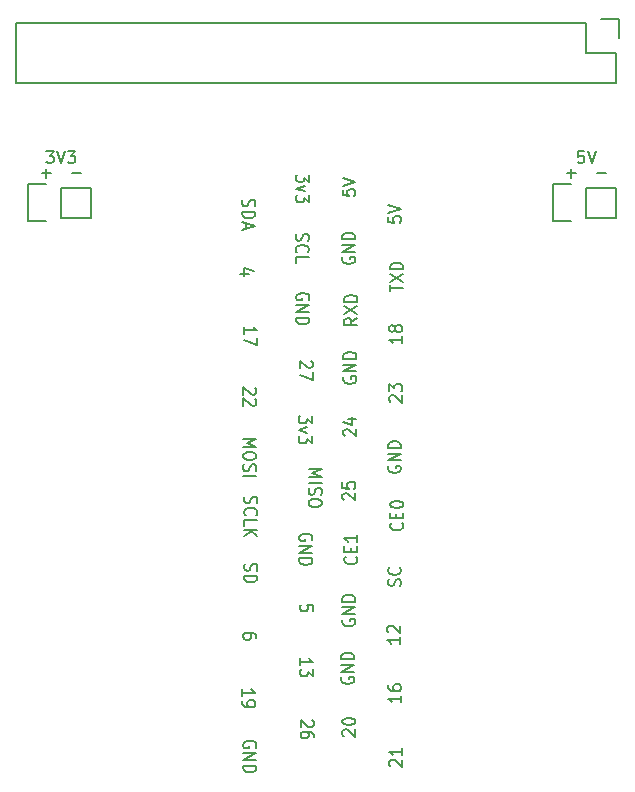
<source format=gbr>
G04 #@! TF.FileFunction,Legend,Top*
%FSLAX46Y46*%
G04 Gerber Fmt 4.6, Leading zero omitted, Abs format (unit mm)*
G04 Created by KiCad (PCBNEW (2015-07-30 BZR 6023, Git cb629e0)-product) date 9/8/2015 5:12:29 PM*
%MOMM*%
G01*
G04 APERTURE LIST*
%ADD10C,0.100000*%
%ADD11C,0.127000*%
%ADD12C,0.150000*%
G04 APERTURE END LIST*
D10*
D11*
X149602100Y-77025404D02*
X149549719Y-77120642D01*
X149549719Y-77263499D01*
X149602100Y-77406357D01*
X149706862Y-77501595D01*
X149811624Y-77549214D01*
X150021148Y-77596833D01*
X150178290Y-77596833D01*
X150387814Y-77549214D01*
X150492576Y-77501595D01*
X150597338Y-77406357D01*
X150649719Y-77263499D01*
X150649719Y-77168261D01*
X150597338Y-77025404D01*
X150544957Y-76977785D01*
X150178290Y-76977785D01*
X150178290Y-77168261D01*
X150649719Y-76549214D02*
X149549719Y-76549214D01*
X150649719Y-75977785D01*
X149549719Y-75977785D01*
X150649719Y-75501595D02*
X149549719Y-75501595D01*
X149549719Y-75263500D01*
X149602100Y-75120642D01*
X149706862Y-75025404D01*
X149811624Y-74977785D01*
X150021148Y-74930166D01*
X150178290Y-74930166D01*
X150387814Y-74977785D01*
X150492576Y-75025404D01*
X150597338Y-75120642D01*
X150649719Y-75263500D01*
X150649719Y-75501595D01*
X150827519Y-82175266D02*
X150303710Y-82508600D01*
X150827519Y-82746695D02*
X149727519Y-82746695D01*
X149727519Y-82365742D01*
X149779900Y-82270504D01*
X149832281Y-82222885D01*
X149937043Y-82175266D01*
X150094186Y-82175266D01*
X150198948Y-82222885D01*
X150251329Y-82270504D01*
X150303710Y-82365742D01*
X150303710Y-82746695D01*
X149727519Y-81841933D02*
X150827519Y-81175266D01*
X149727519Y-81175266D02*
X150827519Y-81841933D01*
X150827519Y-80794314D02*
X149727519Y-80794314D01*
X149727519Y-80556219D01*
X149779900Y-80413361D01*
X149884662Y-80318123D01*
X149989424Y-80270504D01*
X150198948Y-80222885D01*
X150356090Y-80222885D01*
X150565614Y-80270504D01*
X150670376Y-80318123D01*
X150775138Y-80413361D01*
X150827519Y-80556219D01*
X150827519Y-80794314D01*
X149691000Y-87160004D02*
X149638619Y-87255242D01*
X149638619Y-87398099D01*
X149691000Y-87540957D01*
X149795762Y-87636195D01*
X149900524Y-87683814D01*
X150110048Y-87731433D01*
X150267190Y-87731433D01*
X150476714Y-87683814D01*
X150581476Y-87636195D01*
X150686238Y-87540957D01*
X150738619Y-87398099D01*
X150738619Y-87302861D01*
X150686238Y-87160004D01*
X150633857Y-87112385D01*
X150267190Y-87112385D01*
X150267190Y-87302861D01*
X150738619Y-86683814D02*
X149638619Y-86683814D01*
X150738619Y-86112385D01*
X149638619Y-86112385D01*
X150738619Y-85636195D02*
X149638619Y-85636195D01*
X149638619Y-85398100D01*
X149691000Y-85255242D01*
X149795762Y-85160004D01*
X149900524Y-85112385D01*
X150110048Y-85064766D01*
X150267190Y-85064766D01*
X150476714Y-85112385D01*
X150581476Y-85160004D01*
X150686238Y-85255242D01*
X150738619Y-85398100D01*
X150738619Y-85636195D01*
X149743381Y-92138405D02*
X149691000Y-92090786D01*
X149638619Y-91995548D01*
X149638619Y-91757452D01*
X149691000Y-91662214D01*
X149743381Y-91614595D01*
X149848143Y-91566976D01*
X149952905Y-91566976D01*
X150110048Y-91614595D01*
X150738619Y-92186024D01*
X150738619Y-91566976D01*
X150005286Y-90709833D02*
X150738619Y-90709833D01*
X149586238Y-90947929D02*
X150371952Y-91186024D01*
X150371952Y-90566976D01*
X149654481Y-97561305D02*
X149602100Y-97513686D01*
X149549719Y-97418448D01*
X149549719Y-97180352D01*
X149602100Y-97085114D01*
X149654481Y-97037495D01*
X149759243Y-96989876D01*
X149864005Y-96989876D01*
X150021148Y-97037495D01*
X150649719Y-97608924D01*
X150649719Y-96989876D01*
X149549719Y-96085114D02*
X149549719Y-96561305D01*
X150073529Y-96608924D01*
X150021148Y-96561305D01*
X149968767Y-96466067D01*
X149968767Y-96227971D01*
X150021148Y-96132733D01*
X150073529Y-96085114D01*
X150178290Y-96037495D01*
X150440195Y-96037495D01*
X150544957Y-96085114D01*
X150597338Y-96132733D01*
X150649719Y-96227971D01*
X150649719Y-96466067D01*
X150597338Y-96561305D01*
X150544957Y-96608924D01*
X150722757Y-102396847D02*
X150775138Y-102444466D01*
X150827519Y-102587323D01*
X150827519Y-102682561D01*
X150775138Y-102825419D01*
X150670376Y-102920657D01*
X150565614Y-102968276D01*
X150356090Y-103015895D01*
X150198948Y-103015895D01*
X149989424Y-102968276D01*
X149884662Y-102920657D01*
X149779900Y-102825419D01*
X149727519Y-102682561D01*
X149727519Y-102587323D01*
X149779900Y-102444466D01*
X149832281Y-102396847D01*
X150251329Y-101968276D02*
X150251329Y-101634942D01*
X150827519Y-101492085D02*
X150827519Y-101968276D01*
X149727519Y-101968276D01*
X149727519Y-101492085D01*
X150827519Y-100539704D02*
X150827519Y-101111133D01*
X150827519Y-100825419D02*
X149727519Y-100825419D01*
X149884662Y-100920657D01*
X149989424Y-101015895D01*
X150041805Y-101111133D01*
X149602100Y-107695904D02*
X149549719Y-107791142D01*
X149549719Y-107933999D01*
X149602100Y-108076857D01*
X149706862Y-108172095D01*
X149811624Y-108219714D01*
X150021148Y-108267333D01*
X150178290Y-108267333D01*
X150387814Y-108219714D01*
X150492576Y-108172095D01*
X150597338Y-108076857D01*
X150649719Y-107933999D01*
X150649719Y-107838761D01*
X150597338Y-107695904D01*
X150544957Y-107648285D01*
X150178290Y-107648285D01*
X150178290Y-107838761D01*
X150649719Y-107219714D02*
X149549719Y-107219714D01*
X150649719Y-106648285D01*
X149549719Y-106648285D01*
X150649719Y-106172095D02*
X149549719Y-106172095D01*
X149549719Y-105934000D01*
X149602100Y-105791142D01*
X149706862Y-105695904D01*
X149811624Y-105648285D01*
X150021148Y-105600666D01*
X150178290Y-105600666D01*
X150387814Y-105648285D01*
X150492576Y-105695904D01*
X150597338Y-105791142D01*
X150649719Y-105934000D01*
X150649719Y-106172095D01*
X149513200Y-112585404D02*
X149460819Y-112680642D01*
X149460819Y-112823499D01*
X149513200Y-112966357D01*
X149617962Y-113061595D01*
X149722724Y-113109214D01*
X149932248Y-113156833D01*
X150089390Y-113156833D01*
X150298914Y-113109214D01*
X150403676Y-113061595D01*
X150508438Y-112966357D01*
X150560819Y-112823499D01*
X150560819Y-112728261D01*
X150508438Y-112585404D01*
X150456057Y-112537785D01*
X150089390Y-112537785D01*
X150089390Y-112728261D01*
X150560819Y-112109214D02*
X149460819Y-112109214D01*
X150560819Y-111537785D01*
X149460819Y-111537785D01*
X150560819Y-111061595D02*
X149460819Y-111061595D01*
X149460819Y-110823500D01*
X149513200Y-110680642D01*
X149617962Y-110585404D01*
X149722724Y-110537785D01*
X149932248Y-110490166D01*
X150089390Y-110490166D01*
X150298914Y-110537785D01*
X150403676Y-110585404D01*
X150508438Y-110680642D01*
X150560819Y-110823500D01*
X150560819Y-111061595D01*
X149654481Y-117563805D02*
X149602100Y-117516186D01*
X149549719Y-117420948D01*
X149549719Y-117182852D01*
X149602100Y-117087614D01*
X149654481Y-117039995D01*
X149759243Y-116992376D01*
X149864005Y-116992376D01*
X150021148Y-117039995D01*
X150649719Y-117611424D01*
X150649719Y-116992376D01*
X149549719Y-116373329D02*
X149549719Y-116278090D01*
X149602100Y-116182852D01*
X149654481Y-116135233D01*
X149759243Y-116087614D01*
X149968767Y-116039995D01*
X150230671Y-116039995D01*
X150440195Y-116087614D01*
X150544957Y-116135233D01*
X150597338Y-116182852D01*
X150649719Y-116278090D01*
X150649719Y-116373329D01*
X150597338Y-116468567D01*
X150544957Y-116516186D01*
X150440195Y-116563805D01*
X150230671Y-116611424D01*
X149968767Y-116611424D01*
X149759243Y-116563805D01*
X149654481Y-116516186D01*
X149602100Y-116468567D01*
X149549719Y-116373329D01*
X153616881Y-120129205D02*
X153564500Y-120081586D01*
X153512119Y-119986348D01*
X153512119Y-119748252D01*
X153564500Y-119653014D01*
X153616881Y-119605395D01*
X153721643Y-119557776D01*
X153826405Y-119557776D01*
X153983548Y-119605395D01*
X154612119Y-120176824D01*
X154612119Y-119557776D01*
X154612119Y-118605395D02*
X154612119Y-119176824D01*
X154612119Y-118891110D02*
X153512119Y-118891110D01*
X153669262Y-118986348D01*
X153774024Y-119081586D01*
X153826405Y-119176824D01*
X154523219Y-114134876D02*
X154523219Y-114706305D01*
X154523219Y-114420591D02*
X153423219Y-114420591D01*
X153580362Y-114515829D01*
X153685124Y-114611067D01*
X153737505Y-114706305D01*
X153423219Y-113277733D02*
X153423219Y-113468210D01*
X153475600Y-113563448D01*
X153527981Y-113611067D01*
X153685124Y-113706305D01*
X153894648Y-113753924D01*
X154313695Y-113753924D01*
X154418457Y-113706305D01*
X154470838Y-113658686D01*
X154523219Y-113563448D01*
X154523219Y-113372971D01*
X154470838Y-113277733D01*
X154418457Y-113230114D01*
X154313695Y-113182495D01*
X154051790Y-113182495D01*
X153947029Y-113230114D01*
X153894648Y-113277733D01*
X153842267Y-113372971D01*
X153842267Y-113563448D01*
X153894648Y-113658686D01*
X153947029Y-113706305D01*
X154051790Y-113753924D01*
X154434319Y-109156476D02*
X154434319Y-109727905D01*
X154434319Y-109442191D02*
X153334319Y-109442191D01*
X153491462Y-109537429D01*
X153596224Y-109632667D01*
X153648605Y-109727905D01*
X153439081Y-108775524D02*
X153386700Y-108727905D01*
X153334319Y-108632667D01*
X153334319Y-108394571D01*
X153386700Y-108299333D01*
X153439081Y-108251714D01*
X153543843Y-108204095D01*
X153648605Y-108204095D01*
X153805748Y-108251714D01*
X154434319Y-108823143D01*
X154434319Y-108204095D01*
X154470838Y-104862214D02*
X154523219Y-104719357D01*
X154523219Y-104481261D01*
X154470838Y-104386023D01*
X154418457Y-104338404D01*
X154313695Y-104290785D01*
X154208933Y-104290785D01*
X154104171Y-104338404D01*
X154051790Y-104386023D01*
X153999410Y-104481261D01*
X153947029Y-104671738D01*
X153894648Y-104766976D01*
X153842267Y-104814595D01*
X153737505Y-104862214D01*
X153632743Y-104862214D01*
X153527981Y-104814595D01*
X153475600Y-104766976D01*
X153423219Y-104671738D01*
X153423219Y-104433642D01*
X153475600Y-104290785D01*
X154418457Y-103290785D02*
X154470838Y-103338404D01*
X154523219Y-103481261D01*
X154523219Y-103576499D01*
X154470838Y-103719357D01*
X154366076Y-103814595D01*
X154261314Y-103862214D01*
X154051790Y-103909833D01*
X153894648Y-103909833D01*
X153685124Y-103862214D01*
X153580362Y-103814595D01*
X153475600Y-103719357D01*
X153423219Y-103576499D01*
X153423219Y-103481261D01*
X153475600Y-103338404D01*
X153527981Y-103290785D01*
X154596257Y-99539347D02*
X154648638Y-99586966D01*
X154701019Y-99729823D01*
X154701019Y-99825061D01*
X154648638Y-99967919D01*
X154543876Y-100063157D01*
X154439114Y-100110776D01*
X154229590Y-100158395D01*
X154072448Y-100158395D01*
X153862924Y-100110776D01*
X153758162Y-100063157D01*
X153653400Y-99967919D01*
X153601019Y-99825061D01*
X153601019Y-99729823D01*
X153653400Y-99586966D01*
X153705781Y-99539347D01*
X154124829Y-99110776D02*
X154124829Y-98777442D01*
X154701019Y-98634585D02*
X154701019Y-99110776D01*
X153601019Y-99110776D01*
X153601019Y-98634585D01*
X153601019Y-98015538D02*
X153601019Y-97920299D01*
X153653400Y-97825061D01*
X153705781Y-97777442D01*
X153810543Y-97729823D01*
X154020067Y-97682204D01*
X154281971Y-97682204D01*
X154491495Y-97729823D01*
X154596257Y-97777442D01*
X154648638Y-97825061D01*
X154701019Y-97920299D01*
X154701019Y-98015538D01*
X154648638Y-98110776D01*
X154596257Y-98158395D01*
X154491495Y-98206014D01*
X154281971Y-98253633D01*
X154020067Y-98253633D01*
X153810543Y-98206014D01*
X153705781Y-98158395D01*
X153653400Y-98110776D01*
X153601019Y-98015538D01*
X153475600Y-94703804D02*
X153423219Y-94799042D01*
X153423219Y-94941899D01*
X153475600Y-95084757D01*
X153580362Y-95179995D01*
X153685124Y-95227614D01*
X153894648Y-95275233D01*
X154051790Y-95275233D01*
X154261314Y-95227614D01*
X154366076Y-95179995D01*
X154470838Y-95084757D01*
X154523219Y-94941899D01*
X154523219Y-94846661D01*
X154470838Y-94703804D01*
X154418457Y-94656185D01*
X154051790Y-94656185D01*
X154051790Y-94846661D01*
X154523219Y-94227614D02*
X153423219Y-94227614D01*
X154523219Y-93656185D01*
X153423219Y-93656185D01*
X154523219Y-93179995D02*
X153423219Y-93179995D01*
X153423219Y-92941900D01*
X153475600Y-92799042D01*
X153580362Y-92703804D01*
X153685124Y-92656185D01*
X153894648Y-92608566D01*
X154051790Y-92608566D01*
X154261314Y-92656185D01*
X154366076Y-92703804D01*
X154470838Y-92799042D01*
X154523219Y-92941900D01*
X154523219Y-93179995D01*
X153616881Y-89280905D02*
X153564500Y-89233286D01*
X153512119Y-89138048D01*
X153512119Y-88899952D01*
X153564500Y-88804714D01*
X153616881Y-88757095D01*
X153721643Y-88709476D01*
X153826405Y-88709476D01*
X153983548Y-88757095D01*
X154612119Y-89328524D01*
X154612119Y-88709476D01*
X153512119Y-88376143D02*
X153512119Y-87757095D01*
X153931167Y-88090429D01*
X153931167Y-87947571D01*
X153983548Y-87852333D01*
X154035929Y-87804714D01*
X154140690Y-87757095D01*
X154402595Y-87757095D01*
X154507357Y-87804714D01*
X154559738Y-87852333D01*
X154612119Y-87947571D01*
X154612119Y-88233286D01*
X154559738Y-88328524D01*
X154507357Y-88376143D01*
X154612119Y-83731076D02*
X154612119Y-84302505D01*
X154612119Y-84016791D02*
X153512119Y-84016791D01*
X153669262Y-84112029D01*
X153774024Y-84207267D01*
X153826405Y-84302505D01*
X153983548Y-83159648D02*
X153931167Y-83254886D01*
X153878786Y-83302505D01*
X153774024Y-83350124D01*
X153721643Y-83350124D01*
X153616881Y-83302505D01*
X153564500Y-83254886D01*
X153512119Y-83159648D01*
X153512119Y-82969171D01*
X153564500Y-82873933D01*
X153616881Y-82826314D01*
X153721643Y-82778695D01*
X153774024Y-82778695D01*
X153878786Y-82826314D01*
X153931167Y-82873933D01*
X153983548Y-82969171D01*
X153983548Y-83159648D01*
X154035929Y-83254886D01*
X154088310Y-83302505D01*
X154193071Y-83350124D01*
X154402595Y-83350124D01*
X154507357Y-83302505D01*
X154559738Y-83254886D01*
X154612119Y-83159648D01*
X154612119Y-82969171D01*
X154559738Y-82873933D01*
X154507357Y-82826314D01*
X154402595Y-82778695D01*
X154193071Y-82778695D01*
X154088310Y-82826314D01*
X154035929Y-82873933D01*
X153983548Y-82969171D01*
X153601019Y-79913005D02*
X153601019Y-79341576D01*
X154701019Y-79627291D02*
X153601019Y-79627291D01*
X153601019Y-79103481D02*
X154701019Y-78436814D01*
X153601019Y-78436814D02*
X154701019Y-79103481D01*
X154701019Y-78055862D02*
X153601019Y-78055862D01*
X153601019Y-77817767D01*
X153653400Y-77674909D01*
X153758162Y-77579671D01*
X153862924Y-77532052D01*
X154072448Y-77484433D01*
X154229590Y-77484433D01*
X154439114Y-77532052D01*
X154543876Y-77579671D01*
X154648638Y-77674909D01*
X154701019Y-77817767D01*
X154701019Y-78055862D01*
X149562419Y-71310476D02*
X149562419Y-71786667D01*
X150086229Y-71834286D01*
X150033848Y-71786667D01*
X149981467Y-71691429D01*
X149981467Y-71453333D01*
X150033848Y-71358095D01*
X150086229Y-71310476D01*
X150190990Y-71262857D01*
X150452895Y-71262857D01*
X150557657Y-71310476D01*
X150610038Y-71358095D01*
X150662419Y-71453333D01*
X150662419Y-71691429D01*
X150610038Y-71786667D01*
X150557657Y-71834286D01*
X149562419Y-70977143D02*
X150662419Y-70643810D01*
X149562419Y-70310476D01*
X153423219Y-73596476D02*
X153423219Y-74072667D01*
X153947029Y-74120286D01*
X153894648Y-74072667D01*
X153842267Y-73977429D01*
X153842267Y-73739333D01*
X153894648Y-73644095D01*
X153947029Y-73596476D01*
X154051790Y-73548857D01*
X154313695Y-73548857D01*
X154418457Y-73596476D01*
X154470838Y-73644095D01*
X154523219Y-73739333D01*
X154523219Y-73977429D01*
X154470838Y-74072667D01*
X154418457Y-74120286D01*
X153423219Y-73263143D02*
X154523219Y-72929810D01*
X153423219Y-72596476D01*
X141069281Y-114160324D02*
X141069281Y-113588895D01*
X141069281Y-113874609D02*
X142169281Y-113874609D01*
X142012138Y-113779371D01*
X141907376Y-113684133D01*
X141854995Y-113588895D01*
X141069281Y-114636514D02*
X141069281Y-114826990D01*
X141121662Y-114922229D01*
X141174043Y-114969848D01*
X141331186Y-115065086D01*
X141540710Y-115112705D01*
X141959757Y-115112705D01*
X142064519Y-115065086D01*
X142116900Y-115017467D01*
X142169281Y-114922229D01*
X142169281Y-114731752D01*
X142116900Y-114636514D01*
X142064519Y-114588895D01*
X141959757Y-114541276D01*
X141697852Y-114541276D01*
X141593090Y-114588895D01*
X141540710Y-114636514D01*
X141488329Y-114731752D01*
X141488329Y-114922229D01*
X141540710Y-115017467D01*
X141593090Y-115065086D01*
X141697852Y-115112705D01*
X147017519Y-116243195D02*
X147069900Y-116290814D01*
X147122281Y-116386052D01*
X147122281Y-116624148D01*
X147069900Y-116719386D01*
X147017519Y-116767005D01*
X146912757Y-116814624D01*
X146807995Y-116814624D01*
X146650852Y-116767005D01*
X146022281Y-116195576D01*
X146022281Y-116814624D01*
X147122281Y-117671767D02*
X147122281Y-117481290D01*
X147069900Y-117386052D01*
X147017519Y-117338433D01*
X146860376Y-117243195D01*
X146650852Y-117195576D01*
X146231805Y-117195576D01*
X146127043Y-117243195D01*
X146074662Y-117290814D01*
X146022281Y-117386052D01*
X146022281Y-117576529D01*
X146074662Y-117671767D01*
X146127043Y-117719386D01*
X146231805Y-117767005D01*
X146493710Y-117767005D01*
X146598471Y-117719386D01*
X146650852Y-117671767D01*
X146703233Y-117576529D01*
X146703233Y-117386052D01*
X146650852Y-117290814D01*
X146598471Y-117243195D01*
X146493710Y-117195576D01*
X145966401Y-111561904D02*
X145966401Y-110990475D01*
X145966401Y-111276189D02*
X147066401Y-111276189D01*
X146909258Y-111180951D01*
X146804496Y-111085713D01*
X146752115Y-110990475D01*
X147066401Y-111895237D02*
X147066401Y-112514285D01*
X146647353Y-112180951D01*
X146647353Y-112323809D01*
X146594972Y-112419047D01*
X146542591Y-112466666D01*
X146437830Y-112514285D01*
X146175925Y-112514285D01*
X146071163Y-112466666D01*
X146018782Y-112419047D01*
X145966401Y-112323809D01*
X145966401Y-112038094D01*
X146018782Y-111942856D01*
X146071163Y-111895237D01*
X147066401Y-106961276D02*
X147066401Y-106485085D01*
X146542591Y-106437466D01*
X146594972Y-106485085D01*
X146647353Y-106580323D01*
X146647353Y-106818419D01*
X146594972Y-106913657D01*
X146542591Y-106961276D01*
X146437830Y-107008895D01*
X146175925Y-107008895D01*
X146071163Y-106961276D01*
X146018782Y-106913657D01*
X145966401Y-106818419D01*
X145966401Y-106580323D01*
X146018782Y-106485085D01*
X146071163Y-106437466D01*
X146958140Y-100987956D02*
X147010521Y-100892718D01*
X147010521Y-100749861D01*
X146958140Y-100607003D01*
X146853378Y-100511765D01*
X146748616Y-100464146D01*
X146539092Y-100416527D01*
X146381950Y-100416527D01*
X146172426Y-100464146D01*
X146067664Y-100511765D01*
X145962902Y-100607003D01*
X145910521Y-100749861D01*
X145910521Y-100845099D01*
X145962902Y-100987956D01*
X146015283Y-101035575D01*
X146381950Y-101035575D01*
X146381950Y-100845099D01*
X145910521Y-101464146D02*
X147010521Y-101464146D01*
X145910521Y-102035575D01*
X147010521Y-102035575D01*
X145910521Y-102511765D02*
X147010521Y-102511765D01*
X147010521Y-102749860D01*
X146958140Y-102892718D01*
X146853378Y-102987956D01*
X146748616Y-103035575D01*
X146539092Y-103083194D01*
X146381950Y-103083194D01*
X146172426Y-103035575D01*
X146067664Y-102987956D01*
X145962902Y-102892718D01*
X145910521Y-102749860D01*
X145910521Y-102511765D01*
X146690301Y-94979052D02*
X147790301Y-94979052D01*
X147004587Y-95312386D01*
X147790301Y-95645719D01*
X146690301Y-95645719D01*
X146690301Y-96121909D02*
X147790301Y-96121909D01*
X146742682Y-96550480D02*
X146690301Y-96693337D01*
X146690301Y-96931433D01*
X146742682Y-97026671D01*
X146795063Y-97074290D01*
X146899825Y-97121909D01*
X147004587Y-97121909D01*
X147109349Y-97074290D01*
X147161730Y-97026671D01*
X147214110Y-96931433D01*
X147266491Y-96740956D01*
X147318872Y-96645718D01*
X147371253Y-96598099D01*
X147476015Y-96550480D01*
X147580777Y-96550480D01*
X147685539Y-96598099D01*
X147737920Y-96645718D01*
X147790301Y-96740956D01*
X147790301Y-96979052D01*
X147737920Y-97121909D01*
X147790301Y-97740956D02*
X147790301Y-97931433D01*
X147737920Y-98026671D01*
X147633158Y-98121909D01*
X147423634Y-98169528D01*
X147056968Y-98169528D01*
X146847444Y-98121909D01*
X146742682Y-98026671D01*
X146690301Y-97931433D01*
X146690301Y-97740956D01*
X146742682Y-97645718D01*
X146847444Y-97550480D01*
X147056968Y-97502861D01*
X147423634Y-97502861D01*
X147633158Y-97550480D01*
X147737920Y-97645718D01*
X147790301Y-97740956D01*
X146954641Y-90445104D02*
X146954641Y-91064152D01*
X146535593Y-90730818D01*
X146535593Y-90873676D01*
X146483212Y-90968914D01*
X146430831Y-91016533D01*
X146326070Y-91064152D01*
X146064165Y-91064152D01*
X145959403Y-91016533D01*
X145907022Y-90968914D01*
X145854641Y-90873676D01*
X145854641Y-90587961D01*
X145907022Y-90492723D01*
X145959403Y-90445104D01*
X146587974Y-91397485D02*
X145854641Y-91635580D01*
X146587974Y-91873676D01*
X146954641Y-92159390D02*
X146954641Y-92778438D01*
X146535593Y-92445104D01*
X146535593Y-92587962D01*
X146483212Y-92683200D01*
X146430831Y-92730819D01*
X146326070Y-92778438D01*
X146064165Y-92778438D01*
X145959403Y-92730819D01*
X145907022Y-92683200D01*
X145854641Y-92587962D01*
X145854641Y-92302247D01*
X145907022Y-92207009D01*
X145959403Y-92159390D01*
X142218500Y-118541896D02*
X142270881Y-118446658D01*
X142270881Y-118303801D01*
X142218500Y-118160943D01*
X142113738Y-118065705D01*
X142008976Y-118018086D01*
X141799452Y-117970467D01*
X141642310Y-117970467D01*
X141432786Y-118018086D01*
X141328024Y-118065705D01*
X141223262Y-118160943D01*
X141170881Y-118303801D01*
X141170881Y-118399039D01*
X141223262Y-118541896D01*
X141275643Y-118589515D01*
X141642310Y-118589515D01*
X141642310Y-118399039D01*
X141170881Y-119018086D02*
X142270881Y-119018086D01*
X141170881Y-119589515D01*
X142270881Y-119589515D01*
X141170881Y-120065705D02*
X142270881Y-120065705D01*
X142270881Y-120303800D01*
X142218500Y-120446658D01*
X142113738Y-120541896D01*
X142008976Y-120589515D01*
X141799452Y-120637134D01*
X141642310Y-120637134D01*
X141432786Y-120589515D01*
X141328024Y-120541896D01*
X141223262Y-120446658D01*
X141170881Y-120303800D01*
X141170881Y-120065705D01*
X142258181Y-109296177D02*
X142258181Y-109105700D01*
X142205800Y-109010462D01*
X142153419Y-108962843D01*
X141996276Y-108867605D01*
X141786752Y-108819986D01*
X141367705Y-108819986D01*
X141262943Y-108867605D01*
X141210562Y-108915224D01*
X141158181Y-109010462D01*
X141158181Y-109200939D01*
X141210562Y-109296177D01*
X141262943Y-109343796D01*
X141367705Y-109391415D01*
X141629610Y-109391415D01*
X141734371Y-109343796D01*
X141786752Y-109296177D01*
X141839133Y-109200939D01*
X141839133Y-109010462D01*
X141786752Y-108915224D01*
X141734371Y-108867605D01*
X141629610Y-108819986D01*
X141299462Y-102985986D02*
X141247081Y-103128843D01*
X141247081Y-103366939D01*
X141299462Y-103462177D01*
X141351843Y-103509796D01*
X141456605Y-103557415D01*
X141561367Y-103557415D01*
X141666129Y-103509796D01*
X141718510Y-103462177D01*
X141770890Y-103366939D01*
X141823271Y-103176462D01*
X141875652Y-103081224D01*
X141928033Y-103033605D01*
X142032795Y-102985986D01*
X142137557Y-102985986D01*
X142242319Y-103033605D01*
X142294700Y-103081224D01*
X142347081Y-103176462D01*
X142347081Y-103414558D01*
X142294700Y-103557415D01*
X141247081Y-103985986D02*
X142347081Y-103985986D01*
X142347081Y-104224081D01*
X142294700Y-104366939D01*
X142189938Y-104462177D01*
X142085176Y-104509796D01*
X141875652Y-104557415D01*
X141718510Y-104557415D01*
X141508986Y-104509796D01*
X141404224Y-104462177D01*
X141299462Y-104366939D01*
X141247081Y-104224081D01*
X141247081Y-103985986D01*
X141299462Y-97280624D02*
X141247081Y-97423481D01*
X141247081Y-97661577D01*
X141299462Y-97756815D01*
X141351843Y-97804434D01*
X141456605Y-97852053D01*
X141561367Y-97852053D01*
X141666129Y-97804434D01*
X141718510Y-97756815D01*
X141770890Y-97661577D01*
X141823271Y-97471100D01*
X141875652Y-97375862D01*
X141928033Y-97328243D01*
X142032795Y-97280624D01*
X142137557Y-97280624D01*
X142242319Y-97328243D01*
X142294700Y-97375862D01*
X142347081Y-97471100D01*
X142347081Y-97709196D01*
X142294700Y-97852053D01*
X141351843Y-98852053D02*
X141299462Y-98804434D01*
X141247081Y-98661577D01*
X141247081Y-98566339D01*
X141299462Y-98423481D01*
X141404224Y-98328243D01*
X141508986Y-98280624D01*
X141718510Y-98233005D01*
X141875652Y-98233005D01*
X142085176Y-98280624D01*
X142189938Y-98328243D01*
X142294700Y-98423481D01*
X142347081Y-98566339D01*
X142347081Y-98661577D01*
X142294700Y-98804434D01*
X142242319Y-98852053D01*
X141247081Y-99756815D02*
X141247081Y-99280624D01*
X142347081Y-99280624D01*
X141247081Y-100090148D02*
X142347081Y-100090148D01*
X141247081Y-100661577D02*
X141875652Y-100233005D01*
X142347081Y-100661577D02*
X141718510Y-100090148D01*
X141158181Y-92421272D02*
X142258181Y-92421272D01*
X141472467Y-92754606D01*
X142258181Y-93087939D01*
X141158181Y-93087939D01*
X142258181Y-93754605D02*
X142258181Y-93945082D01*
X142205800Y-94040320D01*
X142101038Y-94135558D01*
X141891514Y-94183177D01*
X141524848Y-94183177D01*
X141315324Y-94135558D01*
X141210562Y-94040320D01*
X141158181Y-93945082D01*
X141158181Y-93754605D01*
X141210562Y-93659367D01*
X141315324Y-93564129D01*
X141524848Y-93516510D01*
X141891514Y-93516510D01*
X142101038Y-93564129D01*
X142205800Y-93659367D01*
X142258181Y-93754605D01*
X141210562Y-94564129D02*
X141158181Y-94706986D01*
X141158181Y-94945082D01*
X141210562Y-95040320D01*
X141262943Y-95087939D01*
X141367705Y-95135558D01*
X141472467Y-95135558D01*
X141577229Y-95087939D01*
X141629610Y-95040320D01*
X141681990Y-94945082D01*
X141734371Y-94754605D01*
X141786752Y-94659367D01*
X141839133Y-94611748D01*
X141943895Y-94564129D01*
X142048657Y-94564129D01*
X142153419Y-94611748D01*
X142205800Y-94659367D01*
X142258181Y-94754605D01*
X142258181Y-94992701D01*
X142205800Y-95135558D01*
X141158181Y-95564129D02*
X142258181Y-95564129D01*
X142153419Y-88074595D02*
X142205800Y-88122214D01*
X142258181Y-88217452D01*
X142258181Y-88455548D01*
X142205800Y-88550786D01*
X142153419Y-88598405D01*
X142048657Y-88646024D01*
X141943895Y-88646024D01*
X141786752Y-88598405D01*
X141158181Y-88026976D01*
X141158181Y-88646024D01*
X142153419Y-89026976D02*
X142205800Y-89074595D01*
X142258181Y-89169833D01*
X142258181Y-89407929D01*
X142205800Y-89503167D01*
X142153419Y-89550786D01*
X142048657Y-89598405D01*
X141943895Y-89598405D01*
X141786752Y-89550786D01*
X141158181Y-88979357D01*
X141158181Y-89598405D01*
X141247081Y-83489824D02*
X141247081Y-82918395D01*
X141247081Y-83204109D02*
X142347081Y-83204109D01*
X142189938Y-83108871D01*
X142085176Y-83013633D01*
X142032795Y-82918395D01*
X142347081Y-83823157D02*
X142347081Y-84489824D01*
X141247081Y-84061252D01*
X146928619Y-85813995D02*
X146981000Y-85861614D01*
X147033381Y-85956852D01*
X147033381Y-86194948D01*
X146981000Y-86290186D01*
X146928619Y-86337805D01*
X146823857Y-86385424D01*
X146719095Y-86385424D01*
X146561952Y-86337805D01*
X145933381Y-85766376D01*
X145933381Y-86385424D01*
X147033381Y-86718757D02*
X147033381Y-87385424D01*
X145933381Y-86956852D01*
X141624814Y-78447877D02*
X140891481Y-78447877D01*
X142043862Y-78209781D02*
X141258148Y-77971686D01*
X141258148Y-78590734D01*
X146706680Y-80619696D02*
X146759061Y-80524458D01*
X146759061Y-80381601D01*
X146706680Y-80238743D01*
X146601918Y-80143505D01*
X146497156Y-80095886D01*
X146287632Y-80048267D01*
X146130490Y-80048267D01*
X145920966Y-80095886D01*
X145816204Y-80143505D01*
X145711442Y-80238743D01*
X145659061Y-80381601D01*
X145659061Y-80476839D01*
X145711442Y-80619696D01*
X145763823Y-80667315D01*
X146130490Y-80667315D01*
X146130490Y-80476839D01*
X145659061Y-81095886D02*
X146759061Y-81095886D01*
X145659061Y-81667315D01*
X146759061Y-81667315D01*
X145659061Y-82143505D02*
X146759061Y-82143505D01*
X146759061Y-82381600D01*
X146706680Y-82524458D01*
X146601918Y-82619696D01*
X146497156Y-82667315D01*
X146287632Y-82714934D01*
X146130490Y-82714934D01*
X145920966Y-82667315D01*
X145816204Y-82619696D01*
X145711442Y-82524458D01*
X145659061Y-82381600D01*
X145659061Y-82143505D01*
X141121662Y-72153614D02*
X141069281Y-72296471D01*
X141069281Y-72534567D01*
X141121662Y-72629805D01*
X141174043Y-72677424D01*
X141278805Y-72725043D01*
X141383567Y-72725043D01*
X141488329Y-72677424D01*
X141540710Y-72629805D01*
X141593090Y-72534567D01*
X141645471Y-72344090D01*
X141697852Y-72248852D01*
X141750233Y-72201233D01*
X141854995Y-72153614D01*
X141959757Y-72153614D01*
X142064519Y-72201233D01*
X142116900Y-72248852D01*
X142169281Y-72344090D01*
X142169281Y-72582186D01*
X142116900Y-72725043D01*
X141069281Y-73153614D02*
X142169281Y-73153614D01*
X142169281Y-73391709D01*
X142116900Y-73534567D01*
X142012138Y-73629805D01*
X141907376Y-73677424D01*
X141697852Y-73725043D01*
X141540710Y-73725043D01*
X141331186Y-73677424D01*
X141226424Y-73629805D01*
X141121662Y-73534567D01*
X141069281Y-73391709D01*
X141069281Y-73153614D01*
X141383567Y-74105995D02*
X141383567Y-74582186D01*
X141069281Y-74010757D02*
X142169281Y-74344090D01*
X141069281Y-74677424D01*
X145658102Y-75037464D02*
X145605721Y-75180321D01*
X145605721Y-75418417D01*
X145658102Y-75513655D01*
X145710483Y-75561274D01*
X145815245Y-75608893D01*
X145920007Y-75608893D01*
X146024769Y-75561274D01*
X146077150Y-75513655D01*
X146129530Y-75418417D01*
X146181911Y-75227940D01*
X146234292Y-75132702D01*
X146286673Y-75085083D01*
X146391435Y-75037464D01*
X146496197Y-75037464D01*
X146600959Y-75085083D01*
X146653340Y-75132702D01*
X146705721Y-75227940D01*
X146705721Y-75466036D01*
X146653340Y-75608893D01*
X145710483Y-76608893D02*
X145658102Y-76561274D01*
X145605721Y-76418417D01*
X145605721Y-76323179D01*
X145658102Y-76180321D01*
X145762864Y-76085083D01*
X145867626Y-76037464D01*
X146077150Y-75989845D01*
X146234292Y-75989845D01*
X146443816Y-76037464D01*
X146548578Y-76085083D01*
X146653340Y-76180321D01*
X146705721Y-76323179D01*
X146705721Y-76418417D01*
X146653340Y-76561274D01*
X146600959Y-76608893D01*
X145605721Y-77513655D02*
X145605721Y-77037464D01*
X146705721Y-77037464D01*
X146736201Y-70023504D02*
X146736201Y-70642552D01*
X146317153Y-70309218D01*
X146317153Y-70452076D01*
X146264772Y-70547314D01*
X146212391Y-70594933D01*
X146107630Y-70642552D01*
X145845725Y-70642552D01*
X145740963Y-70594933D01*
X145688582Y-70547314D01*
X145636201Y-70452076D01*
X145636201Y-70166361D01*
X145688582Y-70071123D01*
X145740963Y-70023504D01*
X146369534Y-70975885D02*
X145636201Y-71213980D01*
X146369534Y-71452076D01*
X146736201Y-71737790D02*
X146736201Y-72356838D01*
X146317153Y-72023504D01*
X146317153Y-72166362D01*
X146264772Y-72261600D01*
X146212391Y-72309219D01*
X146107630Y-72356838D01*
X145845725Y-72356838D01*
X145740963Y-72309219D01*
X145688582Y-72261600D01*
X145636201Y-72166362D01*
X145636201Y-71880647D01*
X145688582Y-71785409D01*
X145740963Y-71737790D01*
D12*
X121920000Y-62230000D02*
X172720000Y-62230000D01*
X170180000Y-57150000D02*
X121920000Y-57150000D01*
X121920000Y-62230000D02*
X121920000Y-57150000D01*
X172720000Y-62230000D02*
X172720000Y-59690000D01*
X173000000Y-58420000D02*
X173000000Y-56870000D01*
X172720000Y-59690000D02*
X170180000Y-59690000D01*
X170180000Y-59690000D02*
X170180000Y-57150000D01*
X173000000Y-56870000D02*
X171450000Y-56870000D01*
X170180000Y-71120000D02*
X172720000Y-71120000D01*
X167360000Y-70840000D02*
X168910000Y-70840000D01*
X170180000Y-71120000D02*
X170180000Y-73660000D01*
X168910000Y-73940000D02*
X167360000Y-73940000D01*
X167360000Y-73940000D02*
X167360000Y-70840000D01*
X170180000Y-73660000D02*
X172720000Y-73660000D01*
X172720000Y-73660000D02*
X172720000Y-71120000D01*
X125730000Y-71120000D02*
X128270000Y-71120000D01*
X122910000Y-70840000D02*
X124460000Y-70840000D01*
X125730000Y-71120000D02*
X125730000Y-73660000D01*
X124460000Y-73940000D02*
X122910000Y-73940000D01*
X122910000Y-73940000D02*
X122910000Y-70840000D01*
X125730000Y-73660000D02*
X128270000Y-73660000D01*
X128270000Y-73660000D02*
X128270000Y-71120000D01*
X169989524Y-68032381D02*
X169513333Y-68032381D01*
X169465714Y-68508571D01*
X169513333Y-68460952D01*
X169608571Y-68413333D01*
X169846667Y-68413333D01*
X169941905Y-68460952D01*
X169989524Y-68508571D01*
X170037143Y-68603810D01*
X170037143Y-68841905D01*
X169989524Y-68937143D01*
X169941905Y-68984762D01*
X169846667Y-69032381D01*
X169608571Y-69032381D01*
X169513333Y-68984762D01*
X169465714Y-68937143D01*
X170322857Y-68032381D02*
X170656190Y-69032381D01*
X170989524Y-68032381D01*
X171069048Y-69921429D02*
X171830953Y-69921429D01*
X168529048Y-69921429D02*
X169290953Y-69921429D01*
X168910001Y-70302381D02*
X168910001Y-69540476D01*
X124491905Y-68032381D02*
X125110953Y-68032381D01*
X124777619Y-68413333D01*
X124920477Y-68413333D01*
X125015715Y-68460952D01*
X125063334Y-68508571D01*
X125110953Y-68603810D01*
X125110953Y-68841905D01*
X125063334Y-68937143D01*
X125015715Y-68984762D01*
X124920477Y-69032381D01*
X124634762Y-69032381D01*
X124539524Y-68984762D01*
X124491905Y-68937143D01*
X125396667Y-68032381D02*
X125730000Y-69032381D01*
X126063334Y-68032381D01*
X126301429Y-68032381D02*
X126920477Y-68032381D01*
X126587143Y-68413333D01*
X126730001Y-68413333D01*
X126825239Y-68460952D01*
X126872858Y-68508571D01*
X126920477Y-68603810D01*
X126920477Y-68841905D01*
X126872858Y-68937143D01*
X126825239Y-68984762D01*
X126730001Y-69032381D01*
X126444286Y-69032381D01*
X126349048Y-68984762D01*
X126301429Y-68937143D01*
X126619048Y-69921429D02*
X127380953Y-69921429D01*
X124079048Y-69921429D02*
X124840953Y-69921429D01*
X124460001Y-70302381D02*
X124460001Y-69540476D01*
M02*

</source>
